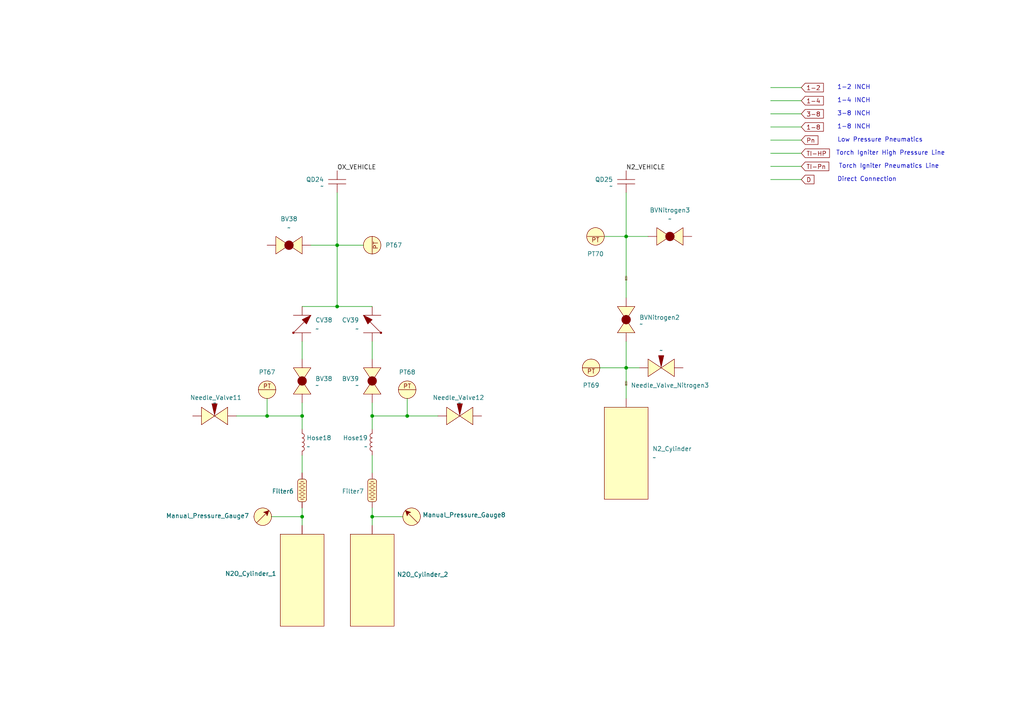
<source format=kicad_sch>
(kicad_sch (version 20250114) (generator "eeschema") (generator_version "9.0")
  (paper "A4")
  (lib_symbols
    (symbol "Ball_Valve_1"
      (property "Reference" "BV" (at 3.81 -4.318 0))
      (symbol "Ball_Valve_1_1_1"
        (polyline (pts (xy 3.81 0) (xy 0 -2.54) (xy 0 2.54) (xy 3.81 0)) (fill (type background)))
        (polyline (pts (xy 3.81 0) (xy 7.62 2.54) (xy 7.62 -2.54) (xy 3.81 0)) (fill (type background)))
        (circle (center 3.81 0) (radius 1.27) (fill (type outline)))
        (pin passive line (at -2.54 0 0) (length 2.54) (name "") (number ""))
        (pin passive line (at 10.16 0 180) (length 2.54) (name "") (number ""))
      )
    )
    (symbol "Ball_Valve_10"
      (property "Reference" "BV" (at 3.81 -4.318 0))
      (symbol "Ball_Valve_10_1_1"
        (polyline (pts (xy 3.81 0) (xy 0 -2.54) (xy 0 2.54) (xy 3.81 0)) (fill (type background)))
        (polyline (pts (xy 3.81 0) (xy 7.62 2.54) (xy 7.62 -2.54) (xy 3.81 0)) (fill (type background)))
        (circle (center 3.81 0) (radius 1.27) (fill (type outline)))
        (pin passive line (at -2.54 0 0) (length 2.54) (name "") (number ""))
        (pin passive line (at 10.16 0 180) (length 2.54) (name "") (number ""))
      )
    )
    (symbol "Ball_Valve_11"
      (property "Reference" "BV" (at 3.81 -4.318 0))
      (symbol "Ball_Valve_11_1_1"
        (polyline (pts (xy 3.81 0) (xy 0 -2.54) (xy 0 2.54) (xy 3.81 0)) (fill (type background)))
        (polyline (pts (xy 3.81 0) (xy 7.62 2.54) (xy 7.62 -2.54) (xy 3.81 0)) (fill (type background)))
        (circle (center 3.81 0) (radius 1.27) (fill (type outline)))
        (pin passive line (at -2.54 0 0) (length 2.54) (name "") (number ""))
        (pin passive line (at 10.16 0 180) (length 2.54) (name "") (number ""))
      )
    )
    (symbol "Ball_Valve_12"
      (property "Reference" "BV" (at 3.81 -4.318 0))
      (symbol "Ball_Valve_12_1_1"
        (polyline (pts (xy 3.81 0) (xy 0 -2.54) (xy 0 2.54) (xy 3.81 0)) (fill (type background)))
        (polyline (pts (xy 3.81 0) (xy 7.62 2.54) (xy 7.62 -2.54) (xy 3.81 0)) (fill (type background)))
        (circle (center 3.81 0) (radius 1.27) (fill (type outline)))
        (pin passive line (at -2.54 0 0) (length 2.54) (name "") (number ""))
        (pin passive line (at 10.16 0 180) (length 2.54) (name "") (number ""))
      )
    )
    (symbol "Ball_Valve_2"
      (property "Reference" "BV" (at 3.81 -4.318 0))
      (symbol "Ball_Valve_2_1_1"
        (polyline (pts (xy 3.81 0) (xy 0 -2.54) (xy 0 2.54) (xy 3.81 0)) (fill (type background)))
        (polyline (pts (xy 3.81 0) (xy 7.62 2.54) (xy 7.62 -2.54) (xy 3.81 0)) (fill (type background)))
        (circle (center 3.81 0) (radius 1.27) (fill (type outline)))
        (pin passive line (at -2.54 0 0) (length 2.54) (name "") (number ""))
        (pin passive line (at 10.16 0 180) (length 2.54) (name "") (number ""))
      )
    )
    (symbol "Ball_Valve_3"
      (property "Reference" "BV" (at 3.81 -4.318 0))
      (symbol "Ball_Valve_3_1_1"
        (polyline (pts (xy 3.81 0) (xy 0 -2.54) (xy 0 2.54) (xy 3.81 0)) (fill (type background)))
        (polyline (pts (xy 3.81 0) (xy 7.62 2.54) (xy 7.62 -2.54) (xy 3.81 0)) (fill (type background)))
        (circle (center 3.81 0) (radius 1.27) (fill (type outline)))
        (pin passive line (at -2.54 0 0) (length 2.54) (name "") (number ""))
        (pin passive line (at 10.16 0 180) (length 2.54) (name "") (number ""))
      )
    )
    (symbol "Ball_Valve_4"
      (property "Reference" "BV" (at 3.81 -4.318 0))
      (symbol "Ball_Valve_4_1_1"
        (polyline (pts (xy 3.81 0) (xy 0 -2.54) (xy 0 2.54) (xy 3.81 0)) (fill (type background)))
        (polyline (pts (xy 3.81 0) (xy 7.62 2.54) (xy 7.62 -2.54) (xy 3.81 0)) (fill (type background)))
        (circle (center 3.81 0) (radius 1.27) (fill (type outline)))
        (pin passive line (at -2.54 0 0) (length 2.54) (name "") (number ""))
        (pin passive line (at 10.16 0 180) (length 2.54) (name "") (number ""))
      )
    )
    (symbol "Ball_Valve_5"
      (property "Reference" "BV" (at 3.81 -4.318 0))
      (symbol "Ball_Valve_5_1_1"
        (polyline (pts (xy 3.81 0) (xy 0 -2.54) (xy 0 2.54) (xy 3.81 0)) (fill (type background)))
        (polyline (pts (xy 3.81 0) (xy 7.62 2.54) (xy 7.62 -2.54) (xy 3.81 0)) (fill (type background)))
        (circle (center 3.81 0) (radius 1.27) (fill (type outline)))
        (pin passive line (at -2.54 0 0) (length 2.54) (name "") (number ""))
        (pin passive line (at 10.16 0 180) (length 2.54) (name "") (number ""))
      )
    )
    (symbol "Ball_Valve_6"
      (property "Reference" "BV" (at 3.81 -4.318 0))
      (symbol "Ball_Valve_6_1_1"
        (polyline (pts (xy 3.81 0) (xy 0 -2.54) (xy 0 2.54) (xy 3.81 0)) (fill (type background)))
        (polyline (pts (xy 3.81 0) (xy 7.62 2.54) (xy 7.62 -2.54) (xy 3.81 0)) (fill (type background)))
        (circle (center 3.81 0) (radius 1.27) (fill (type outline)))
        (pin passive line (at -2.54 0 0) (length 2.54) (name "") (number ""))
        (pin passive line (at 10.16 0 180) (length 2.54) (name "") (number ""))
      )
    )
    (symbol "Ball_Valve_7"
      (property "Reference" "BV" (at 3.81 -4.318 0))
      (symbol "Ball_Valve_7_1_1"
        (polyline (pts (xy 3.81 0) (xy 0 -2.54) (xy 0 2.54) (xy 3.81 0)) (fill (type background)))
        (polyline (pts (xy 3.81 0) (xy 7.62 2.54) (xy 7.62 -2.54) (xy 3.81 0)) (fill (type background)))
        (circle (center 3.81 0) (radius 1.27) (fill (type outline)))
        (pin passive line (at -2.54 0 0) (length 2.54) (name "") (number ""))
        (pin passive line (at 10.16 0 180) (length 2.54) (name "") (number ""))
      )
    )
    (symbol "Ball_Valve_8"
      (property "Reference" "BV" (at 3.81 -4.318 0))
      (symbol "Ball_Valve_8_1_1"
        (polyline (pts (xy 3.81 0) (xy 0 -2.54) (xy 0 2.54) (xy 3.81 0)) (fill (type background)))
        (polyline (pts (xy 3.81 0) (xy 7.62 2.54) (xy 7.62 -2.54) (xy 3.81 0)) (fill (type background)))
        (circle (center 3.81 0) (radius 1.27) (fill (type outline)))
        (pin passive line (at -2.54 0 0) (length 2.54) (name "") (number ""))
        (pin passive line (at 10.16 0 180) (length 2.54) (name "") (number ""))
      )
    )
    (symbol "Ball_Valve_9"
      (property "Reference" "BV" (at 3.81 -4.318 0))
      (symbol "Ball_Valve_9_1_1"
        (polyline (pts (xy 3.81 0) (xy 0 -2.54) (xy 0 2.54) (xy 3.81 0)) (fill (type background)))
        (polyline (pts (xy 3.81 0) (xy 7.62 2.54) (xy 7.62 -2.54) (xy 3.81 0)) (fill (type background)))
        (circle (center 3.81 0) (radius 1.27) (fill (type outline)))
        (pin passive line (at -2.54 0 0) (length 2.54) (name "") (number ""))
        (pin passive line (at 10.16 0 180) (length 2.54) (name "") (number ""))
      )
    )
    (symbol "Check_Valve_1"
      (property "Reference" "CV" (at 2.54 -4.064 0))
      (symbol "Check_Valve_1_0_1"
        (polyline (pts (xy 0 2.54) (xy 5.08 -2.54)))
        (polyline (pts (xy 0 0) (xy 0 2.54)))
        (polyline (pts (xy 0 0) (xy 0 -2.54)))
        (polyline (pts (xy 5.08 -2.54) (xy 5.08 2.54)))
      )
      (symbol "Check_Valve_1_1_1"
        (circle (center 0 2.54) (radius 0.254) (fill (type outline)))
        (polyline (pts (xy 5.08 -2.54) (xy 2.54 -1.27) (xy 3.81 0) (xy 5.08 -2.54)) (fill (type outline)))
        (pin bidirectional line (at -2.54 0 0) (length 2.54) (name "") (number ""))
        (pin bidirectional line (at 7.62 0 180) (length 2.54) (name "") (number ""))
      )
    )
    (symbol "Check_Valve_2"
      (property "Reference" "CV" (at 2.54 -4.064 0))
      (symbol "Check_Valve_2_0_1"
        (polyline (pts (xy 0 2.54) (xy 5.08 -2.54)))
        (polyline (pts (xy 0 0) (xy 0 2.54)))
        (polyline (pts (xy 0 0) (xy 0 -2.54)))
        (polyline (pts (xy 5.08 -2.54) (xy 5.08 2.54)))
      )
      (symbol "Check_Valve_2_1_1"
        (circle (center 0 2.54) (radius 0.254) (fill (type outline)))
        (polyline (pts (xy 5.08 -2.54) (xy 2.54 -1.27) (xy 3.81 0) (xy 5.08 -2.54)) (fill (type outline)))
        (pin bidirectional line (at -2.54 0 0) (length 2.54) (name "") (number ""))
        (pin bidirectional line (at 7.62 0 180) (length 2.54) (name "") (number ""))
      )
    )
    (symbol "Check_Valve_3"
      (property "Reference" "CV" (at 2.54 -4.064 0))
      (symbol "Check_Valve_3_0_1"
        (polyline (pts (xy 0 2.54) (xy 5.08 -2.54)))
        (polyline (pts (xy 0 0) (xy 0 2.54)))
        (polyline (pts (xy 0 0) (xy 0 -2.54)))
        (polyline (pts (xy 5.08 -2.54) (xy 5.08 2.54)))
      )
      (symbol "Check_Valve_3_1_1"
        (circle (center 0 2.54) (radius 0.254) (fill (type outline)))
        (polyline (pts (xy 5.08 -2.54) (xy 2.54 -1.27) (xy 3.81 0) (xy 5.08 -2.54)) (fill (type outline)))
        (pin bidirectional line (at -2.54 0 0) (length 2.54) (name "") (number ""))
        (pin bidirectional line (at 7.62 0 180) (length 2.54) (name "") (number ""))
      )
    )
    (symbol "Check_Valve_4"
      (property "Reference" "CV" (at 2.54 -4.064 0))
      (symbol "Check_Valve_4_0_1"
        (polyline (pts (xy 0 2.54) (xy 5.08 -2.54)))
        (polyline (pts (xy 0 0) (xy 0 2.54)))
        (polyline (pts (xy 0 0) (xy 0 -2.54)))
        (polyline (pts (xy 5.08 -2.54) (xy 5.08 2.54)))
      )
      (symbol "Check_Valve_4_1_1"
        (circle (center 0 2.54) (radius 0.254) (fill (type outline)))
        (polyline (pts (xy 5.08 -2.54) (xy 2.54 -1.27) (xy 3.81 0) (xy 5.08 -2.54)) (fill (type outline)))
        (pin bidirectional line (at -2.54 0 0) (length 2.54) (name "") (number ""))
        (pin bidirectional line (at 7.62 0 180) (length 2.54) (name "") (number ""))
      )
    )
    (symbol "Cylinder_1"
      (property "Reference" "N2O_Cylinder_1" (at 22.098 -2.794 0))
      (symbol "Cylinder_1_1_1"
        (rectangle (start -6.35 12.7) (end 6.35 -13.97) (fill (type background)))
        (pin passive line (at 0 -16.51 90) (length 2.54) (name "") (number ""))
      )
    )
    (symbol "Filter_1"
      (symbol "Filter_1_1_1"
        (polyline (pts (xy -3.302 -0.508) (xy -3.302 0.508)))
        (polyline (pts (xy -3.277 0.65) (xy -3.177 0.95) (xy -2.877 1.2) (xy -2.427 1.25) (xy 2.423 1.25) (xy 2.7256 1.2567) (xy 2.8585 1.166) (xy 3.2375 0.866) (xy 3.3285 -0.6524) (xy 3.1777 -0.9413) (xy 2.7884 -1.2176) (xy 2.4806 -1.2804) (xy 2.25 -1.27) (xy -2.25 -1.27) (xy -2.6911 -1.2756) (xy -2.952 -1.2) (xy -3.1908 -0.9926) (xy -3.302 -0.562) (xy -3.277 -0.3) (xy -3.277 0.6)) (stroke (width -0.0001)) (fill (type background)))
        (polyline (pts (xy -2.54 1.27) (xy 2.54 1.27)))
        (polyline (pts (xy -2.54 0.381) (xy -2.54 -0.381)))
        (arc (start -3.302 0.508) (mid -3.0788 1.0468) (end -2.54 1.27))
        (arc (start -2.54 -1.27) (mid -3.0788 -1.0468) (end -3.302 -0.508))
        (polyline (pts (xy -2.032 0.889) (xy -2.032 0.254)))
        (polyline (pts (xy -2.032 -0.254) (xy -2.032 -0.889)))
        (polyline (pts (xy -1.524 0.381) (xy -1.524 -0.381)))
        (polyline (pts (xy -1.016 0.889) (xy -1.016 0.254)))
        (polyline (pts (xy -1.016 -0.254) (xy -1.016 -0.889)))
        (polyline (pts (xy -0.508 0.381) (xy -0.508 -0.381)))
        (polyline (pts (xy 0 0.889) (xy 0 0.254)))
        (polyline (pts (xy 0 -0.254) (xy 0 -0.889)))
        (polyline (pts (xy 0.508 0.381) (xy 0.508 -0.381)))
        (polyline (pts (xy 1.016 0.889) (xy 1.016 0.254)))
        (polyline (pts (xy 1.016 -0.254) (xy 1.016 -0.889)))
        (polyline (pts (xy 1.524 0.381) (xy 1.524 -0.381)))
        (polyline (pts (xy 2.032 0.889) (xy 2.032 0.254)))
        (polyline (pts (xy 2.032 -0.254) (xy 2.032 -0.889)))
        (arc (start 2.54 1.27) (mid 3.0788 1.0468) (end 3.302 0.508))
        (polyline (pts (xy 2.54 0.381) (xy 2.54 -0.381)))
        (arc (start 3.302 -0.508) (mid 3.0788 -1.0468) (end 2.54 -1.27))
        (polyline (pts (xy 2.54 -1.27) (xy -2.54 -1.27)))
        (polyline (pts (xy 3.302 0.508) (xy 3.302 -0.508)))
        (pin passive line (at -5.08 0 0) (length 1.778) (name "") (number ""))
        (pin passive line (at 5.08 0 180) (length 1.778) (name "") (number ""))
      )
    )
    (symbol "Hose_1"
      (property "Reference" "Hose" (at 0 0 0))
      (symbol "Hose_1_0_1"
        (arc (start 0 6.35) (mid 0.6323 5.715) (end 0 5.08))
        (arc (start 0 5.08) (mid 0.6323 4.445) (end 0 3.81))
        (arc (start 0 3.81) (mid 0.6323 3.175) (end 0 2.54))
        (arc (start 0 2.54) (mid 0.6323 1.905) (end 0 1.27))
      )
      (symbol "Hose_1_1_1"
        (pin passive line (at 0 7.62 270) (length 1.27) (name "") (number ""))
        (pin passive line (at 0 0 90) (length 1.27) (name "") (number ""))
      )
    )
    (symbol "Hose_2"
      (property "Reference" "Hose" (at 0 0 0))
      (symbol "Hose_2_0_1"
        (arc (start 0 6.35) (mid 0.6323 5.715) (end 0 5.08))
        (arc (start 0 5.08) (mid 0.6323 4.445) (end 0 3.81))
        (arc (start 0 3.81) (mid 0.6323 3.175) (end 0 2.54))
        (arc (start 0 2.54) (mid 0.6323 1.905) (end 0 1.27))
      )
      (symbol "Hose_2_1_1"
        (pin passive line (at 0 7.62 270) (length 1.27) (name "") (number ""))
        (pin passive line (at 0 0 90) (length 1.27) (name "") (number ""))
      )
    )
    (symbol "Hose_3"
      (property "Reference" "Hose" (at 0 0 0))
      (symbol "Hose_3_0_1"
        (arc (start 0 6.35) (mid 0.6323 5.715) (end 0 5.08))
        (arc (start 0 5.08) (mid 0.6323 4.445) (end 0 3.81))
        (arc (start 0 3.81) (mid 0.6323 3.175) (end 0 2.54))
        (arc (start 0 2.54) (mid 0.6323 1.905) (end 0 1.27))
      )
      (symbol "Hose_3_1_1"
        (pin passive line (at 0 7.62 270) (length 1.27) (name "") (number ""))
        (pin passive line (at 0 0 90) (length 1.27) (name "") (number ""))
      )
    )
    (symbol "Hose_4"
      (property "Reference" "Hose" (at 0 0 0))
      (symbol "Hose_4_0_1"
        (arc (start 0 6.35) (mid 0.6323 5.715) (end 0 5.08))
        (arc (start 0 5.08) (mid 0.6323 4.445) (end 0 3.81))
        (arc (start 0 3.81) (mid 0.6323 3.175) (end 0 2.54))
        (arc (start 0 2.54) (mid 0.6323 1.905) (end 0 1.27))
      )
      (symbol "Hose_4_1_1"
        (pin passive line (at 0 7.62 270) (length 1.27) (name "") (number ""))
        (pin passive line (at 0 0 90) (length 1.27) (name "") (number ""))
      )
    )
    (symbol "Hose_5" (pin_numbers (hide yes)) (pin_names (hide yes))
      (property "Reference" "H" (at 0 0 0))
      (symbol "Hose_5_0_1"
        (arc (start 0 6.35) (mid 0.6323 5.715) (end 0 5.08))
        (arc (start 0 5.08) (mid 0.6323 4.445) (end 0 3.81))
        (arc (start 0 3.81) (mid 0.6323 3.175) (end 0 2.54))
        (arc (start 0 2.54) (mid 0.6323 1.905) (end 0 1.27))
      )
      (symbol "Hose_5_1_1"
        (pin passive line (at 0 7.62 270) (length 1.27) (name "1") (number "1"))
        (pin passive line (at 0 0 90) (length 1.27) (name "2") (number "2"))
      )
    )
    (symbol "Hose_6"
      (property "Reference" "Hose" (at 0 0 0))
      (symbol "Hose_6_0_1"
        (arc (start 0 6.35) (mid 0.6323 5.715) (end 0 5.08))
        (arc (start 0 5.08) (mid 0.6323 4.445) (end 0 3.81))
        (arc (start 0 3.81) (mid 0.6323 3.175) (end 0 2.54))
        (arc (start 0 2.54) (mid 0.6323 1.905) (end 0 1.27))
      )
      (symbol "Hose_6_1_1"
        (pin passive line (at 0 7.62 270) (length 1.27) (name "") (number ""))
        (pin passive line (at 0 0 90) (length 1.27) (name "") (number ""))
      )
    )
    (symbol "Hose_7"
      (property "Reference" "Hose" (at 0 0 0))
      (symbol "Hose_7_0_1"
        (arc (start 0 6.35) (mid 0.6323 5.715) (end 0 5.08))
        (arc (start 0 5.08) (mid 0.6323 4.445) (end 0 3.81))
        (arc (start 0 3.81) (mid 0.6323 3.175) (end 0 2.54))
        (arc (start 0 2.54) (mid 0.6323 1.905) (end 0 1.27))
      )
      (symbol "Hose_7_1_1"
        (pin passive line (at 0 7.62 270) (length 1.27) (name "") (number ""))
        (pin passive line (at 0 0 90) (length 1.27) (name "") (number ""))
      )
    )
    (symbol "Manual_Pressure_Gauge_1"
      (property "Reference" "Manual_Pressure_Gauge" (at 0 -3.81 0))
      (symbol "Manual_Pressure_Gauge_1_1_1"
        (polyline (pts (xy -1.778 -1.778) (xy 1.778 1.778) (xy 0.254 1.27) (xy 1.016 1.016) (xy 1.27 0.254) (xy 1.778 1.778)) (fill (type outline)))
        (circle (center 0 0) (radius 2.54) (fill (type background)))
        (pin passive line (at -2.54 0 0) (length 0) (name "") (number ""))
        (pin passive line (at 2.54 0 180) (length 0) (name "") (number ""))
      )
    )
    (symbol "Manual_Pressure_Gauge_2"
      (property "Reference" "Manual_Pressure_Gauge" (at 0 -3.81 0))
      (symbol "Manual_Pressure_Gauge_2_1_1"
        (polyline (pts (xy -1.778 -1.778) (xy 1.778 1.778) (xy 0.254 1.27) (xy 1.016 1.016) (xy 1.27 0.254) (xy 1.778 1.778)) (fill (type outline)))
        (circle (center 0 0) (radius 2.54) (fill (type background)))
        (pin passive line (at -2.54 0 0) (length 0) (name "") (number ""))
        (pin passive line (at 2.54 0 180) (length 0) (name "") (number ""))
      )
    )
    (symbol "Manual_Pressure_Gauge_3"
      (property "Reference" "Manual_Pressure_Gauge" (at 0 -3.81 0))
      (symbol "Manual_Pressure_Gauge_3_1_1"
        (polyline (pts (xy -1.778 -1.778) (xy 1.778 1.778) (xy 0.254 1.27) (xy 1.016 1.016) (xy 1.27 0.254) (xy 1.778 1.778)) (fill (type outline)))
        (circle (center 0 0) (radius 2.54) (fill (type background)))
        (pin passive line (at -2.54 0 0) (length 0) (name "") (number ""))
        (pin passive line (at 2.54 0 180) (length 0) (name "") (number ""))
      )
    )
    (symbol "Manual_Pressure_Gauge_4"
      (property "Reference" "Manual_Pressure_Gauge" (at 0 -3.81 0))
      (symbol "Manual_Pressure_Gauge_4_1_1"
        (polyline (pts (xy -1.778 -1.778) (xy 1.778 1.778) (xy 0.254 1.27) (xy 1.016 1.016) (xy 1.27 0.254) (xy 1.778 1.778)) (fill (type outline)))
        (circle (center 0 0) (radius 2.54) (fill (type background)))
        (pin passive line (at -2.54 0 0) (length 0) (name "") (number ""))
        (pin passive line (at 2.54 0 180) (length 0) (name "") (number ""))
      )
    )
    (symbol "Manual_Pressure_Gauge_5"
      (property "Reference" "Manual_Pressure_Gauge" (at 0 -3.81 0))
      (symbol "Manual_Pressure_Gauge_5_1_1"
        (polyline (pts (xy -1.778 -1.778) (xy 1.778 1.778) (xy 0.254 1.27) (xy 1.016 1.016) (xy 1.27 0.254) (xy 1.778 1.778)) (fill (type outline)))
        (circle (center 0 0) (radius 2.54) (fill (type background)))
        (pin passive line (at -2.54 0 0) (length 0) (name "") (number ""))
        (pin passive line (at 2.54 0 180) (length 0) (name "") (number ""))
      )
    )
    (symbol "Needle_Valve_1"
      (property "Reference" "Needle_Valve" (at 3.556 -3.81 0))
      (symbol "Needle_Valve_1_1_1"
        (polyline (pts (xy 0 0) (xy 0 2.54) (xy 3.81 0) (xy 0 -2.54) (xy 0 0)) (fill (type background)))
        (polyline (pts (xy 3.048 3.556) (xy 3.81 0.254) (xy 4.572 3.556) (xy 3.048 3.556)) (fill (type outline)))
        (polyline (pts (xy 7.62 0) (xy 7.62 2.54) (xy 3.81 0) (xy 7.62 -2.54) (xy 7.62 0)) (fill (type background)))
        (pin passive line (at -2.54 0 0) (length 2.54) (name "") (number ""))
        (pin passive line (at 10.16 0 180) (length 2.54) (name "") (number ""))
      )
    )
    (symbol "Needle_Valve_2"
      (property "Reference" "Needle_Valve" (at 3.556 -3.81 0))
      (symbol "Needle_Valve_2_1_1"
        (polyline (pts (xy 0 0) (xy 0 2.54) (xy 3.81 0) (xy 0 -2.54) (xy 0 0)) (fill (type background)))
        (polyline (pts (xy 3.048 3.556) (xy 3.81 0.254) (xy 4.572 3.556) (xy 3.048 3.556)) (fill (type outline)))
        (polyline (pts (xy 7.62 0) (xy 7.62 2.54) (xy 3.81 0) (xy 7.62 -2.54) (xy 7.62 0)) (fill (type background)))
        (pin passive line (at -2.54 0 0) (length 2.54) (name "") (number ""))
        (pin passive line (at 10.16 0 180) (length 2.54) (name "") (number ""))
      )
    )
    (symbol "Needle_Valve_3"
      (property "Reference" "Needle_Valve" (at 3.556 -3.81 0))
      (symbol "Needle_Valve_3_1_1"
        (polyline (pts (xy 0 0) (xy 0 2.54) (xy 3.81 0) (xy 0 -2.54) (xy 0 0)) (fill (type background)))
        (polyline (pts (xy 3.048 3.556) (xy 3.81 0.254) (xy 4.572 3.556) (xy 3.048 3.556)) (fill (type outline)))
        (polyline (pts (xy 7.62 0) (xy 7.62 2.54) (xy 3.81 0) (xy 7.62 -2.54) (xy 7.62 0)) (fill (type background)))
        (pin passive line (at -2.54 0 0) (length 2.54) (name "") (number ""))
        (pin passive line (at 10.16 0 180) (length 2.54) (name "") (number ""))
      )
    )
    (symbol "Needle_Valve_4"
      (property "Reference" "Needle_Valve" (at 3.556 -3.81 0))
      (symbol "Needle_Valve_4_1_1"
        (polyline (pts (xy 0 0) (xy 0 2.54) (xy 3.81 0) (xy 0 -2.54) (xy 0 0)) (fill (type background)))
        (polyline (pts (xy 3.048 3.556) (xy 3.81 0.254) (xy 4.572 3.556) (xy 3.048 3.556)) (fill (type outline)))
        (polyline (pts (xy 7.62 0) (xy 7.62 2.54) (xy 3.81 0) (xy 7.62 -2.54) (xy 7.62 0)) (fill (type background)))
        (pin passive line (at -2.54 0 0) (length 2.54) (name "") (number ""))
        (pin passive line (at 10.16 0 180) (length 2.54) (name "") (number ""))
      )
    )
    (symbol "Needle_Valve_5"
      (property "Reference" "Needle_Valve" (at 3.556 -3.81 0))
      (symbol "Needle_Valve_5_1_1"
        (polyline (pts (xy 0 0) (xy 0 2.54) (xy 3.81 0) (xy 0 -2.54) (xy 0 0)) (fill (type background)))
        (polyline (pts (xy 3.048 3.556) (xy 3.81 0.254) (xy 4.572 3.556) (xy 3.048 3.556)) (fill (type outline)))
        (polyline (pts (xy 7.62 0) (xy 7.62 2.54) (xy 3.81 0) (xy 7.62 -2.54) (xy 7.62 0)) (fill (type background)))
        (pin passive line (at -2.54 0 0) (length 2.54) (name "") (number ""))
        (pin passive line (at 10.16 0 180) (length 2.54) (name "") (number ""))
      )
    )
    (symbol "Needle_Valve_6"
      (property "Reference" "Needle_Valve" (at 3.556 -3.81 0))
      (symbol "Needle_Valve_6_1_1"
        (polyline (pts (xy 0 0) (xy 0 2.54) (xy 3.81 0) (xy 0 -2.54) (xy 0 0)) (fill (type background)))
        (polyline (pts (xy 3.048 3.556) (xy 3.81 0.254) (xy 4.572 3.556) (xy 3.048 3.556)) (fill (type outline)))
        (polyline (pts (xy 7.62 0) (xy 7.62 2.54) (xy 3.81 0) (xy 7.62 -2.54) (xy 7.62 0)) (fill (type background)))
        (pin passive line (at -2.54 0 0) (length 2.54) (name "") (number ""))
        (pin passive line (at 10.16 0 180) (length 2.54) (name "") (number ""))
      )
    )
    (symbol "PID_symbols:Check_Valve"
      (property "Reference" "CV" (at 2.54 -4.064 0))
      (symbol "Check_Valve_0_1"
        (polyline (pts (xy 0 2.54) (xy 5.08 -2.54)))
        (polyline (pts (xy 0 0) (xy 0 2.54)))
        (polyline (pts (xy 0 0) (xy 0 -2.54)))
        (polyline (pts (xy 5.08 -2.54) (xy 5.08 2.54)))
      )
      (symbol "Check_Valve_1_1"
        (circle (center 0 2.54) (radius 0.254) (fill (type outline)))
        (polyline (pts (xy 5.08 -2.54) (xy 2.54 -1.27) (xy 3.81 0) (xy 5.08 -2.54)) (fill (type outline)))
        (pin bidirectional line (at -2.54 0 0) (length 2.54) (name "") (number ""))
        (pin bidirectional line (at 7.62 0 180) (length 2.54) (name "") (number ""))
      )
    )
    (symbol "PID_symbols:Cylinder"
      (property "Reference" "C" (at 0 0 0))
      (symbol "Cylinder_1_1"
        (rectangle (start -6.35 12.7) (end 6.35 -13.97) (fill (type background)))
        (pin passive line (at 0 -16.51 90) (length 2.54) (name "") (number ""))
      )
    )
    (symbol "PID_symbols:Filter"
      (symbol "Filter_1_1"
        (polyline (pts (xy -3.302 -0.508) (xy -3.302 0.508)))
        (polyline (pts (xy -3.277 0.65) (xy -3.177 0.95) (xy -2.877 1.2) (xy -2.427 1.25) (xy 2.423 1.25) (xy 2.7256 1.2567) (xy 2.8585 1.166) (xy 3.2375 0.866) (xy 3.3285 -0.6524) (xy 3.1777 -0.9413) (xy 2.7884 -1.2176) (xy 2.4806 -1.2804) (xy 2.25 -1.27) (xy -2.25 -1.27) (xy -2.6911 -1.2756) (xy -2.952 -1.2) (xy -3.1908 -0.9926) (xy -3.302 -0.562) (xy -3.277 -0.3) (xy -3.277 0.6)) (stroke (width -0.0001)) (fill (type background)))
        (polyline (pts (xy -2.54 1.27) (xy 2.54 1.27)))
        (polyline (pts (xy -2.54 0.381) (xy -2.54 -0.381)))
        (arc (start -3.302 0.508) (mid -3.0788 1.0468) (end -2.54 1.27))
        (arc (start -2.54 -1.27) (mid -3.0788 -1.0468) (end -3.302 -0.508))
        (polyline (pts (xy -2.032 0.889) (xy -2.032 0.254)))
        (polyline (pts (xy -2.032 -0.254) (xy -2.032 -0.889)))
        (polyline (pts (xy -1.524 0.381) (xy -1.524 -0.381)))
        (polyline (pts (xy -1.016 0.889) (xy -1.016 0.254)))
        (polyline (pts (xy -1.016 -0.254) (xy -1.016 -0.889)))
        (polyline (pts (xy -0.508 0.381) (xy -0.508 -0.381)))
        (polyline (pts (xy 0 0.889) (xy 0 0.254)))
        (polyline (pts (xy 0 -0.254) (xy 0 -0.889)))
        (polyline (pts (xy 0.508 0.381) (xy 0.508 -0.381)))
        (polyline (pts (xy 1.016 0.889) (xy 1.016 0.254)))
        (polyline (pts (xy 1.016 -0.254) (xy 1.016 -0.889)))
        (polyline (pts (xy 1.524 0.381) (xy 1.524 -0.381)))
        (polyline (pts (xy 2.032 0.889) (xy 2.032 0.254)))
        (polyline (pts (xy 2.032 -0.254) (xy 2.032 -0.889)))
        (arc (start 2.54 1.27) (mid 3.0788 1.0468) (end 3.302 0.508))
        (polyline (pts (xy 2.54 0.381) (xy 2.54 -0.381)))
        (arc (start 3.302 -0.508) (mid 3.0788 -1.0468) (end 2.54 -1.27))
        (polyline (pts (xy 2.54 -1.27) (xy -2.54 -1.27)))
        (polyline (pts (xy 3.302 0.508) (xy 3.302 -0.508)))
        (pin passive line (at -5.08 0 0) (length 1.778) (name "") (number ""))
        (pin passive line (at 5.08 0 180) (length 1.778) (name "") (number ""))
      )
    )
    (symbol "PID_symbols:Hose"
      (property "Reference" "Hose" (at 0 0 0))
      (symbol "Hose_0_1"
        (arc (start 0 6.35) (mid 0.6323 5.715) (end 0 5.08))
        (arc (start 0 5.08) (mid 0.6323 4.445) (end 0 3.81))
        (arc (start 0 3.81) (mid 0.6323 3.175) (end 0 2.54))
        (arc (start 0 2.54) (mid 0.6323 1.905) (end 0 1.27))
      )
      (symbol "Hose_1_1"
        (pin passive line (at 0 7.62 270) (length 1.27) (name "") (number ""))
        (pin passive line (at 0 0 90) (length 1.27) (name "") (number ""))
      )
    )
    (symbol "PID_symbols:Manual_Pressure_Gauge"
      (property "Reference" "Manual_Pressure_Gauge" (at 0 -3.81 0))
      (symbol "Manual_Pressure_Gauge_1_1"
        (polyline (pts (xy -1.778 -1.778) (xy 1.778 1.778) (xy 0.254 1.27) (xy 1.016 1.016) (xy 1.27 0.254) (xy 1.778 1.778)) (fill (type outline)))
        (circle (center 0 0) (radius 2.54) (fill (type background)))
        (pin passive line (at -2.54 0 0) (length 0) (name "") (number ""))
        (pin passive line (at 2.54 0 180) (length 0) (name "") (number ""))
      )
    )
    (symbol "PID_symbols:Needle_Valve"
      (property "Reference" "Needle_Valve" (at 3.556 -3.81 0))
      (symbol "Needle_Valve_1_1"
        (polyline (pts (xy 0 0) (xy 0 2.54) (xy 3.81 0) (xy 0 -2.54) (xy 0 0)) (fill (type background)))
        (polyline (pts (xy 3.048 3.556) (xy 3.81 0.254) (xy 4.572 3.556) (xy 3.048 3.556)) (fill (type outline)))
        (polyline (pts (xy 7.62 0) (xy 7.62 2.54) (xy 3.81 0) (xy 7.62 -2.54) (xy 7.62 0)) (fill (type background)))
        (pin passive line (at -2.54 0 0) (length 2.54) (name "") (number ""))
        (pin passive line (at 10.16 0 180) (length 2.54) (name "") (number ""))
      )
    )
    (symbol "PID_symbols:Quick_Disconnect"
      (property "Reference" "QD" (at 0.762 -4.572 0))
      (symbol "Quick_Disconnect_0_1"
        (polyline (pts (xy 0 0) (xy 0 2.54) (xy 0 0) (xy 0 -2.54)))
        (polyline (pts (xy 1.27 2.54) (xy 1.27 -2.54)))
      )
      (symbol "Quick_Disconnect_1_1"
        (pin passive line (at -2.54 0 0) (length 2.54) (name "") (number ""))
        (pin passive line (at 3.81 0 180) (length 2.54) (name "") (number ""))
      )
    )
    (symbol "Pressure_Transducer_1"
      (property "Reference" "PT" (at 0 -3.81 0))
      (symbol "Pressure_Transducer_1_0_1"
        (polyline (pts (xy -2.54 0) (xy 2.54 0)))
      )
      (symbol "Pressure_Transducer_1_1_1"
        (circle (center 0 0) (radius 2.54) (fill (type background)))
        (text "PT\n" (at 0 1.016 0) (effects (font (size 1.27 1.27))))
        (pin passive line (at -2.54 0 0) (length 0) (name "") (number ""))
        (pin passive line (at 0 -2.54 90) (length 0) (name "") (number ""))
        (pin passive line (at 2.54 0 180) (length 0) (name "") (number ""))
      )
    )
    (symbol "Pressure_Transducer_2"
      (property "Reference" "PT" (at 0 -3.81 0))
      (symbol "Pressure_Transducer_2_0_1"
        (polyline (pts (xy -2.54 0) (xy 2.54 0)))
      )
      (symbol "Pressure_Transducer_2_1_1"
        (circle (center 0 0) (radius 2.54) (fill (type background)))
        (text "PT\n" (at 0 1.016 0) (effects (font (size 1.27 1.27))))
        (pin passive line (at -2.54 0 0) (length 0) (name "") (number ""))
        (pin passive line (at 0 -2.54 90) (length 0) (name "") (number ""))
        (pin passive line (at 2.54 0 180) (length 0) (name "") (number ""))
      )
    )
    (symbol "Pressure_Transducer_3"
      (property "Reference" "PT" (at 0 -3.81 0))
      (symbol "Pressure_Transducer_3_0_1"
        (polyline (pts (xy -2.54 0) (xy 2.54 0)))
      )
      (symbol "Pressure_Transducer_3_1_1"
        (circle (center 0 0) (radius 2.54) (fill (type background)))
        (text "PT\n" (at 0 1.016 0) (effects (font (size 1.27 1.27))))
        (pin passive line (at -2.54 0 0) (length 0) (name "") (number ""))
        (pin passive line (at 0 -2.54 90) (length 0) (name "") (number ""))
        (pin passive line (at 2.54 0 180) (length 0) (name "") (number ""))
      )
    )
    (symbol "Pressure_Transducer_4"
      (property "Reference" "PT" (at 0 -3.81 0))
      (symbol "Pressure_Transducer_4_0_1"
        (polyline (pts (xy -2.54 0) (xy 2.54 0)))
      )
      (symbol "Pressure_Transducer_4_1_1"
        (circle (center 0 0) (radius 2.54) (fill (type background)))
        (text "PT\n" (at 0 1.016 0) (effects (font (size 1.27 1.27))))
        (pin passive line (at -2.54 0 0) (length 0) (name "") (number ""))
        (pin passive line (at 0 -2.54 90) (length 0) (name "") (number ""))
        (pin passive line (at 2.54 0 180) (length 0) (name "") (number ""))
      )
    )
    (symbol "Pressure_Transducer_5"
      (property "Reference" "PT" (at 0 -3.81 0))
      (symbol "Pressure_Transducer_5_0_1"
        (polyline (pts (xy -2.54 0) (xy 2.54 0)))
      )
      (symbol "Pressure_Transducer_5_1_1"
        (circle (center 0 0) (radius 2.54) (fill (type background)))
        (text "PT\n" (at 0 1.016 0) (effects (font (size 1.27 1.27))))
        (pin passive line (at -2.54 0 0) (length 0) (name "") (number ""))
        (pin passive line (at 0 -2.54 90) (length 0) (name "") (number ""))
        (pin passive line (at 2.54 0 180) (length 0) (name "") (number ""))
      )
    )
    (symbol "Quick_Disconnect_1"
      (property "Reference" "QD" (at 0.762 -4.572 0))
      (symbol "Quick_Disconnect_1_0_1"
        (polyline (pts (xy 0 0) (xy 0 2.54) (xy 0 0) (xy 0 -2.54)))
        (polyline (pts (xy 1.27 2.54) (xy 1.27 -2.54)))
      )
      (symbol "Quick_Disconnect_1_1_1"
        (pin passive line (at -2.54 0 0) (length 2.54) (name "") (number ""))
        (pin passive line (at 3.81 0 180) (length 2.54) (name "") (number ""))
      )
    )
    (symbol "Quick_Disconnect_2"
      (property "Reference" "QD" (at 0.762 -4.572 0))
      (symbol "Quick_Disconnect_2_0_1"
        (polyline (pts (xy 0 0) (xy 0 2.54) (xy 0 0) (xy 0 -2.54)))
        (polyline (pts (xy 1.27 2.54) (xy 1.27 -2.54)))
      )
      (symbol "Quick_Disconnect_2_1_1"
        (pin passive line (at -2.54 0 0) (length 2.54) (name "") (number ""))
        (pin passive line (at 3.81 0 180) (length 2.54) (name "") (number ""))
      )
    )
  )
  (text "Torch Igniter Pneumatics Line" (at 257.81 48.26 0) (effects (font (size 1.27 1.27))))
  (text "3-8 INCH\n" (at 247.65 33.02 0) (effects (font (size 1.27 1.27))))
  (text "1-2 INCH\n" (at 247.65 25.4 0) (effects (font (size 1.27 1.27))))
  (text " Torch Igniter High Pressure Line" (at 257.81 44.45 0) (effects (font (size 1.27 1.27))))
  (text "1-4 INCH\n" (at 247.65 29.21 0) (effects (font (size 1.27 1.27))))
  (text "1-8 INCH\n" (at 247.65 36.83 0) (effects (font (size 1.27 1.27))))
  (text "Direct Connection" (at 251.46 52.07 0) (effects (font (size 1.27 1.27))))
  (text "Low Pressure Pneumatics" (at 255.27 40.64 0) (effects (font (size 1.27 1.27))))
  (junction (at 181.61 68.58))
  (junction (at 107.95 149.86))
  (junction (at 97.79 71.12))
  (junction (at 107.95 120.65))
  (junction (at 77.47 120.65))
  (junction (at 181.61 106.68))
  (junction (at 87.63 149.86))
  (junction (at 118.11 120.65))
  (junction (at 97.79 88.9))
  (junction (at 87.63 120.65))
  (wire (pts (xy 223.52 36.83) (xy 232.41 36.83)))
  (wire (pts (xy 175.26 68.58) (xy 181.61 68.58)))
  (wire (pts (xy 97.79 88.9) (xy 107.95 88.9)))
  (wire (pts (xy 223.52 29.21) (xy 232.41 29.21)))
  (wire (pts (xy 181.61 55.88) (xy 181.61 68.58)))
  (wire (pts (xy 223.52 52.07) (xy 232.41 52.07)))
  (wire (pts (xy 90.17 71.12) (xy 97.79 71.12)))
  (wire (pts (xy 181.61 68.58) (xy 181.61 86.36)))
  (wire (pts (xy 97.79 71.12) (xy 105.41 71.12)))
  (wire (pts (xy 87.63 120.65) (xy 87.63 124.46)))
  (wire (pts (xy 118.11 120.65) (xy 107.95 120.65)))
  (wire (pts (xy 118.11 115.57) (xy 118.11 120.65)))
  (wire (pts (xy 223.52 44.45) (xy 232.41 44.45)))
  (wire (pts (xy 107.95 116.84) (xy 107.95 120.65)))
  (wire (pts (xy 97.79 55.88) (xy 97.79 71.12)))
  (wire (pts (xy 97.79 71.12) (xy 97.79 88.9)))
  (wire (pts (xy 107.95 132.08) (xy 107.95 137.16)))
  (wire (pts (xy 87.63 88.9) (xy 97.79 88.9)))
  (wire (pts (xy 107.95 120.65) (xy 107.95 124.46)))
  (wire (pts (xy 87.63 149.86) (xy 87.63 152.4)))
  (wire (pts (xy 127 120.65) (xy 118.11 120.65)))
  (wire (pts (xy 223.52 48.26) (xy 232.41 48.26)))
  (wire (pts (xy 87.63 147.32) (xy 87.63 149.86)))
  (wire (pts (xy 107.95 147.32) (xy 107.95 149.86)))
  (wire (pts (xy 181.61 99.06) (xy 181.61 106.68)))
  (wire (pts (xy 223.52 40.64) (xy 232.41 40.64)))
  (wire (pts (xy 107.95 149.86) (xy 107.95 152.4)))
  (wire (pts (xy 87.63 99.06) (xy 87.63 104.14)))
  (wire (pts (xy 87.63 132.08) (xy 87.63 137.16)))
  (wire (pts (xy 181.61 106.68) (xy 173.99 106.68)))
  (wire (pts (xy 68.58 120.65) (xy 77.47 120.65)))
  (wire (pts (xy 185.42 106.68) (xy 181.61 106.68)))
  (wire (pts (xy 116.84 149.86) (xy 107.95 149.86)))
  (wire (pts (xy 87.63 116.84) (xy 87.63 120.65)))
  (wire (pts (xy 77.47 115.57) (xy 77.47 120.65)))
  (wire (pts (xy 223.52 33.02) (xy 232.41 33.02)))
  (wire (pts (xy 187.96 68.58) (xy 181.61 68.58)))
  (wire (pts (xy 77.47 120.65) (xy 87.63 120.65)))
  (wire (pts (xy 78.74 149.86) (xy 87.63 149.86)))
  (wire (pts (xy 181.61 106.68) (xy 181.61 115.57)))
  (wire (pts (xy 223.52 25.4) (xy 232.41 25.4)))
  (wire (pts (xy 107.95 99.06) (xy 107.95 104.14)))
  (label "OX_VEHICLE" (at 97.79 49.53 0))
  (label "N2_VEHICLE" (at 181.61 49.53 0))
  (global_label "TI-Pn" (shape input) (at 232.41 48.26 0) (property "Intersheetrefs" "${INTERSHEET_REFS}" (effects (hide yes))))
  (global_label "1-4" (shape input) (at 181.61 80.01 270) (effects (font (size 0.254 0.254))) (property "Intersheetrefs" "${INTERSHEET_REFS}" (effects (hide yes))))
  (global_label "3-8" (shape input) (at 232.41 33.02 0) (property "Intersheetrefs" "${INTERSHEET_REFS}" (effects (hide yes))))
  (global_label "1-2" (shape input) (at 232.41 25.4 0) (property "Intersheetrefs" "${INTERSHEET_REFS}" (effects (hide yes))))
  (global_label "1-4" (shape input) (at 232.41 29.21 0) (property "Intersheetrefs" "${INTERSHEET_REFS}" (effects (hide yes))))
  (global_label "TI-HP" (shape input) (at 232.41 44.45 0) (property "Intersheetrefs" "${INTERSHEET_REFS}" (effects (hide yes))))
  (global_label "1-4" (shape input) (at 181.61 110.49 270) (effects (font (size 0.254 0.254))) (property "Intersheetrefs" "${INTERSHEET_REFS}" (effects (hide yes))))
  (global_label "Pn" (shape input) (at 232.41 40.64 0) (property "Intersheetrefs" "${INTERSHEET_REFS}" (effects (hide yes))))
  (global_label "1-8" (shape input) (at 232.41 36.83 0) (property "Intersheetrefs" "${INTERSHEET_REFS}" (effects (hide yes))))
  (global_label "D" (shape input) (at 232.41 52.07 0) (property "Intersheetrefs" "${INTERSHEET_REFS}" (effects (hide yes))))
  (symbol (lib_name "Hose_6") (lib_id "PID_symbols:Hose") (at 107.95 132.08 0) (mirror y) (unit 1)
    (property "Reference" "Hose19" (at 106.68 126.9999 0) (effects (justify left)))
    (property "Value" "~" (at 106.68 129.5399 0) (effects (justify left)))
  )
  (symbol (lib_id "PID_symbols:Cylinder") (at 181.61 132.08 180) (unit 1)
    (property "Reference" "N2_Cylinder" (at 189.23 130.1749 0) (effects (justify right)))
    (property "Value" "~" (at 189.23 132.7149 0) (effects (justify right)))
  )
  (symbol (lib_id "PID_symbols:Manual_Pressure_Gauge") (at 76.2 149.86 0) (unit 1)
    (property "Reference" "Manual_Pressure_Gauge7" (at 60.198 149.606 0))
  )
  (symbol (lib_name "Check_Valve_2") (lib_id "PID_symbols:Check_Valve") (at 87.63 96.52 90) (unit 1)
    (property "Reference" "CV38" (at 91.44 92.8369 90) (effects (justify right)))
    (property "Value" "~" (at 91.44 95.3769 90) (effects (justify right)))
  )
  (symbol (lib_name "Cylinder_1") (lib_id "PID_symbols:Cylinder") (at 87.63 168.91 180) (unit 1)
    (property "Reference" "N2O_Cylinder_1" (at 65.278 166.37 0) (effects (justify right)))
  )
  (symbol (lib_name "Quick_Disconnect_2") (lib_id "PID_symbols:Quick_Disconnect") (at 97.79 53.34 90) (unit 1)
    (property "Reference" "QD24" (at 93.98 52.0699 90) (effects (justify left)))
    (property "Value" "~" (at 93.98 53.975 90) (effects (justify left)))
  )
  (symbol (lib_name "Hose_7") (lib_id "PID_symbols:Hose") (at 87.63 132.08 0) (unit 1)
    (property "Reference" "Hose18" (at 88.9 126.9999 0) (effects (justify left)))
    (property "Value" "~" (at 88.9 129.5399 0) (effects (justify left)))
  )
  (symbol (lib_name "Ball_Valve_9") (lib_id "PID_symbols:Ball_Valve") (at 87.63 114.3 90) (unit 1)
    (property "Reference" "BV38" (at 91.44 109.8549 90) (effects (justify right)))
    (property "Value" "~" (at 91.44 111.76 90) (effects (justify right)))
  )
  (symbol (lib_name "Manual_Pressure_Gauge_5") (lib_id "PID_symbols:Manual_Pressure_Gauge") (at 119.38 149.86 0) (mirror y) (unit 1)
    (property "Reference" "Manual_Pressure_Gauge8" (at 134.62 149.352 0))
  )
  (symbol (lib_name "Check_Valve_3") (lib_id "PID_symbols:Check_Valve") (at 107.95 96.52 270) (mirror x) (unit 1)
    (property "Reference" "CV39" (at 104.14 92.8369 90) (effects (justify right)))
    (property "Value" "~" (at 104.14 95.3769 90) (effects (justify right)))
  )
  (symbol (lib_name "Pressure_Transducer_2") (lib_id "PID_symbols:Pressure_Transducer") (at 171.45 106.68 180) (unit 1)
    (property "Reference" "PT69" (at 171.45 111.76 0))
  )
  (symbol (lib_id "PID_symbols:Needle_Valve") (at 58.42 120.65 0) (unit 1)
    (property "Reference" "Needle_Valve11" (at 55.118 115.316 0) (effects (justify left)))
    (property "Value" "~" (at 61.722 116.84 0) (effects (justify left)))
  )
  (symbol (lib_id "PID_symbols:Filter") (at 87.63 142.24 90) (unit 1)
    (property "Reference" "Filter6" (at 82.042 142.494 90))
  )
  (symbol (lib_name "Pressure_Transducer_3") (lib_id "PID_symbols:Pressure_Transducer") (at 77.47 113.03 0) (mirror y) (unit 1)
    (property "Reference" "PT67" (at 77.47 107.95 0))
  )
  (symbol (lib_name "Ball_Valve_11") (lib_id "PID_symbols:Ball_Valve") (at 181.61 96.52 90) (unit 1)
    (property "Reference" "BVNitrogen2" (at 185.42 92.0749 90) (effects (justify right)))
    (property "Value" "~" (at 185.42 93.98 90) (effects (justify right)))
  )
  (symbol (lib_name "Filter_1") (lib_id "PID_symbols:Filter") (at 107.95 142.24 90) (unit 1)
    (property "Reference" "Filter7" (at 102.362 142.494 90))
  )
  (symbol (lib_name "Needle_Valve_6") (lib_id "PID_symbols:Needle_Valve") (at 137.16 120.65 0) (mirror y) (unit 1)
    (property "Reference" "Needle_Valve12" (at 140.462 115.316 0) (effects (justify left)))
    (property "Value" "~" (at 133.858 116.84 0) (effects (justify left)))
  )
  (symbol (lib_name "Pressure_Transducer_1") (lib_id "PID_symbols:Pressure_Transducer") (at 118.11 113.03 0) (unit 1)
    (property "Reference" "PT68" (at 118.11 107.95 0))
  )
  (symbol (lib_name "Pressure_Transducer_4") (lib_id "PID_symbols:Pressure_Transducer") (at 107.95 71.12 270) (unit 1)
    (property "Reference" "PT67" (at 111.76 71.1199 90) (effects (justify left)))
  )
  (symbol (lib_name "Pressure_Transducer_5") (lib_id "PID_symbols:Pressure_Transducer") (at 172.72 68.58 180) (unit 1)
    (property "Reference" "PT70" (at 172.72 73.66 0))
  )
  (symbol (lib_name "Ball_Valve_10") (lib_id "PID_symbols:Ball_Valve") (at 87.63 71.12 180) (unit 1)
    (property "Reference" "BV38" (at 83.82 63.5 0))
    (property "Value" "~" (at 83.82 66.04 0))
  )
  (symbol (lib_id "PID_symbols:Cylinder") (at 107.95 168.91 0) (mirror x) (unit 1)
    (property "Reference" "N2O_Cylinder_2" (at 130.048 166.624 0) (effects (justify right)))
  )
  (symbol (lib_name "Quick_Disconnect_1") (lib_id "PID_symbols:Quick_Disconnect") (at 181.61 53.34 90) (unit 1)
    (property "Reference" "QD25" (at 177.8 52.0699 90) (effects (justify left)))
    (property "Value" "~" (at 177.8 53.975 90) (effects (justify left)))
  )
  (symbol (lib_name "Needle_Valve_5") (lib_id "PID_symbols:Needle_Valve") (at 187.96 106.68 0) (unit 1)
    (property "Reference" "Needle_Valve_Nitrogen3" (at 194.31 111.76 0))
    (property "Value" "~" (at 191.77 101.6 0))
  )
  (symbol (lib_name "Ball_Valve_12") (lib_id "PID_symbols:Ball_Valve") (at 190.5 68.58 0) (unit 1)
    (property "Reference" "BVNitrogen3" (at 194.31 60.96 0))
    (property "Value" "~" (at 194.31 63.5 0))
  )
  (symbol (lib_name "Ball_Valve_8") (lib_id "PID_symbols:Ball_Valve") (at 107.95 114.3 270) (mirror x) (unit 1)
    (property "Reference" "BV39" (at 104.14 109.8549 90) (effects (justify right)))
    (property "Value" "~" (at 104.14 111.76 90) (effects (justify right)))
  )
)
</source>
